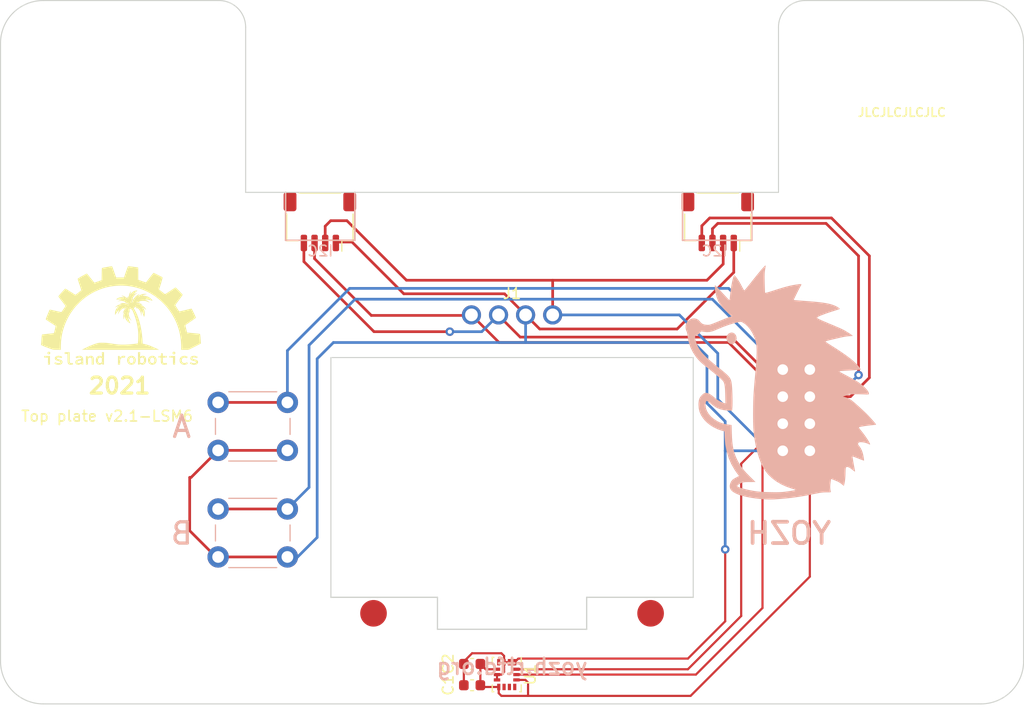
<source format=kicad_pcb>
(kicad_pcb (version 20211014) (generator pcbnew)
  (layers (0 "F.Cu" signal) (31 "B.Cu" signal) (34 "B.Paste" user) (35 "F.Paste" user) (36 "B.SilkS" user "B.Silkscreen") (37 "F.SilkS" user "F.Silkscreen") (38 "B.Mask" user) (39 "F.Mask" user) (44 "Edge.Cuts" user))
  (net 0 "")
  (net 1 "/B")
  (net 2 "/A")
  (net 3 "/SDA1")
  (net 4 "/SCL1")
  (net 5 "+3V3")
  (net 6 "GNDREF")
  (net 8 "/SCL")
  (net 10 "/SDA")
  (footprint "MountingHole:MountingHole_3.2mm_M3" (layer "F.Cu") (at 194 131)
    (fp_text reference "REF**" hide)
    (fp_text value "MountingHole_3.2mm_M3" hide)
    (pad "" np_thru_hole circle locked (at 0 0) (size 3.2 3.2) (drill 3.2) (layers *.Cu *.Mask))
  )
  (footprint "Capacitor_SMD:C_0603_1608Metric" (layer "F.Cu") (at 146.25 146.25 180)
    (fp_text reference "C2" (at 2.25 0 90) (layer "F.SilkS"))
    (fp_text value "100nF")
    (pad "1" smd roundrect locked (at -0.775 0 180) (size 0.9 0.95) (layers "F.Cu" "F.Paste" "F.Mask") (net 5 "+3V3"))
    (pad "2" smd roundrect locked (at 0.775 0 180) (size 0.9 0.95) (layers "F.Cu" "F.Paste" "F.Mask") (net 6 "GNDREF"))
  )
  (footprint "Capacitor_SMD:C_0603_1608Metric" (layer "F.Cu") (at 146.25 148.25 180)
    (fp_text reference "C1" (at 2.25 0 90) (layer "F.SilkS"))
    (fp_text value "100nF")
    (pad "1" smd roundrect locked (at -0.775 0 180) (size 0.9 0.95) (layers "F.Cu" "F.Paste" "F.Mask") (net 5 "+3V3"))
    (pad "2" smd roundrect locked (at 0.775 0 180) (size 0.9 0.95) (layers "F.Cu" "F.Paste" "F.Mask") (net 6 "GNDREF"))
  )
  (footprint "MountingHole:MountingHole_2.7mm_M2.5" (layer "F.Cu") (at 177.5 108.3)
    (fp_text reference "REF**" hide)
    (fp_text value "MountingHole_2.7mm_M2.5" hide)
    (pad "" np_thru_hole circle locked (at 0 0) (size 2.7 2.7) (drill 2.7) (layers *.Cu *.Mask))
  )
  (footprint "shurik-personal:my_logo" (layer "F.Cu") (at 113.297 113.55)
    (fp_text reference "G***" hide)
    (fp_text value "LOGO" hide)
  )
  (footprint "Connector_JST:JST_SH_SM04B-SRSS-TB_1x04-1MP_P1.00mm_Horizontal" (layer "F.Cu") (at 131.966 104.75 180)
    (fp_text reference "J2" hide)
    (fp_text value "Conn_01x04")
    (pad "1" smd roundrect locked (at -1.5 -2 180) (size 0.6 1.55) (layers "F.Cu" "F.Paste" "F.Mask") (net 6 "GNDREF"))
    (pad "2" smd roundrect locked (at -0.5 -2 180) (size 0.6 1.55) (layers "F.Cu" "F.Paste" "F.Mask") (net 5 "+3V3"))
    (pad "3" smd roundrect locked (at 0.5 -2 180) (size 0.6 1.55) (layers "F.Cu" "F.Paste" "F.Mask") (net 10 "/SDA"))
    (pad "4" smd roundrect locked (at 1.5 -2 180) (size 0.6 1.55) (layers "F.Cu" "F.Paste" "F.Mask") (net 8 "/SCL"))
    (pad "MP" smd roundrect locked (at 2.8 1.875 180) (size 1.2 1.8) (layers "F.Cu" "F.Paste" "F.Mask") (roundrect_rratio 0.2083333333))
    (pad "MP" smd roundrect locked (at -2.8 1.875 180) (size 1.2 1.8) (layers "F.Cu" "F.Paste" "F.Mask") (roundrect_rratio 0.2083333333))
  )
  (footprint "MountingHole:MountingHole_2.7mm_M2.5" (layer "F.Cu") (at 177.5 144.3)
    (fp_text reference "REF**" hide)
    (fp_text value "MountingHole_2.7mm_M2.5" hide)
    (pad "" np_thru_hole circle locked (at 0 0) (size 2.7 2.7) (drill 2.7) (layers *.Cu *.Mask))
  )
  (footprint "MountingHole:MountingHole_3.2mm_M3" (layer "F.Cu") (at 194 103)
    (fp_text reference "REF**" hide)
    (fp_text value "MountingHole_3.2mm_M3" hide)
    (pad "" np_thru_hole circle locked (at 0 0) (size 3.2 3.2) (drill 3.2) (layers *.Cu *.Mask))
  )
  (footprint "MountingHole:MountingHole_2.7mm_M2.5" (layer "F.Cu") (at 122.5 108.3)
    (fp_text reference "REF**" hide)
    (fp_text value "MountingHole_2.7mm_M2.5" hide)
    (pad "" np_thru_hole circle locked (at 0 0) (size 2.7 2.7) (drill 2.7) (layers *.Cu *.Mask))
  )
  (footprint "MountingHole:MountingHole_3.2mm_M3" (layer "F.Cu") (at 142 106)
    (fp_text reference "REF**" hide)
    (fp_text value "MountingHole_3.2mm_M3" hide)
    (pad "" np_thru_hole circle locked (at 0 0) (size 3.2 3.2) (drill 3.2) (layers *.Cu *.Mask))
  )
  (footprint "MountingHole:MountingHole_3.2mm_M3" (layer "F.Cu") (at 106 88)
    (fp_text reference "REF**" hide)
    (fp_text value "MountingHole_3.2mm_M3" hide)
    (pad "" np_thru_hole circle locked (at 0 0) (size 3.2 3.2) (drill 3.2) (layers *.Cu *.Mask))
  )
  (footprint "MountingHole:MountingHole_3.2mm_M3" (layer "F.Cu") (at 106 103)
    (fp_text reference "REF**" hide)
    (fp_text value "MountingHole_3.2mm_M3" hide)
    (pad "" np_thru_hole circle locked (at 0 0) (size 3.2 3.2) (drill 3.2) (layers *.Cu *.Mask))
  )
  (footprint "MountingHole:MountingHole_3.2mm_M3" (layer "F.Cu") (at 178 88)
    (fp_text reference "REF**" hide)
    (fp_text value "MountingHole_3.2mm_M3" hide)
    (pad "" np_thru_hole circle locked (at 0 0) (size 3.2 3.2) (drill 3.2) (layers *.Cu *.Mask))
  )
  (footprint "MountingHole:MountingHole_3.2mm_M3" (layer "F.Cu") (at 150 106)
    (fp_text reference "REF**" hide)
    (fp_text value "MountingHole_3.2mm_M3" hide)
    (pad "" np_thru_hole circle locked (at 0 0) (size 3.2 3.2) (drill 3.2) (layers *.Cu *.Mask))
  )
  (footprint "MountingHole:MountingHole_3.2mm_M3" (layer "F.Cu") (at 106 146)
    (fp_text reference "REF**" hide)
    (fp_text value "MountingHole_3.2mm_M3" hide)
    (pad "" np_thru_hole circle locked (at 0 0) (size 3.2 3.2) (drill 3.2) (layers *.Cu *.Mask))
  )
  (footprint "MountingHole:MountingHole_2.7mm_M2.5" (layer "F.Cu") (at 122.5 144.3)
    (fp_text reference "REF**" hide)
    (fp_text value "MountingHole_2.7mm_M2.5" hide)
    (pad "" np_thru_hole circle locked (at 0 0) (size 2.7 2.7) (drill 2.7) (layers *.Cu *.Mask))
  )
  (footprint "Connector_JST:JST_SH_SM04B-SRSS-TB_1x04-1MP_P1.00mm_Horizontal" (layer "F.Cu") (at 169.304 104.75 180)
    (fp_text reference "J3" hide)
    (fp_text value "Conn_01x04")
    (pad "1" smd roundrect locked (at -1.5 -2 180) (size 0.6 1.55) (layers "F.Cu" "F.Paste" "F.Mask") (net 6 "GNDREF"))
    (pad "2" smd roundrect locked (at -0.5 -2 180) (size 0.6 1.55) (layers "F.Cu" "F.Paste" "F.Mask") (net 5 "+3V3"))
    (pad "3" smd roundrect locked (at 0.5 -2 180) (size 0.6 1.55) (layers "F.Cu" "F.Paste" "F.Mask") (net 10 "/SDA"))
    (pad "4" smd roundrect locked (at 1.5 -2 180) (size 0.6 1.55) (layers "F.Cu" "F.Paste" "F.Mask") (net 8 "/SCL"))
    (pad "MP" smd roundrect locked (at 2.8 1.875 180) (size 1.2 1.8) (layers "F.Cu" "F.Paste" "F.Mask") (roundrect_rratio 0.2083333333))
    (pad "MP" smd roundrect locked (at -2.8 1.875 180) (size 1.2 1.8) (layers "F.Cu" "F.Paste" "F.Mask") (roundrect_rratio 0.2083333333))
  )
  (footprint "MountingHole:MountingHole_3.2mm_M3" (layer "F.Cu") (at 121 88)
    (fp_text reference "REF**" hide)
    (fp_text value "MountingHole_3.2mm_M3" hide)
    (pad "" np_thru_hole circle locked (at 0 0) (size 3.2 3.2) (drill 3.2) (layers *.Cu *.Mask))
  )
  (footprint "Connector_PinSocket_2.54mm:PinSocket_2x04_P2.54mm_Vertical" (layer "F.Cu") (at 175.4 126.25 180)
    (fp_text reference "J4" hide)
    (fp_text value "Conn_02x04_Odd_Even")
    (pad "1" thru_hole rect locked (at 0 0 180) (size 1.7 1.7) (drill 1) (layers *.Cu *.Mask) (net 6 "GNDREF"))
    (pad "2" thru_hole oval locked (at -2.54 0 180) (size 1.7 1.7) (drill 1) (layers *.Cu *.Mask) (net 5 "+3V3"))
    (pad "3" thru_hole oval locked (at 0 2.54 180) (size 1.7 1.7) (drill 1) (layers *.Cu *.Mask) (net 3 "/SDA1"))
    (pad "4" thru_hole oval locked (at -2.54 2.54 180) (size 1.7 1.7) (drill 1) (layers *.Cu *.Mask) (net 4 "/SCL1"))
    (pad "5" thru_hole oval locked (at 0 5.08 180) (size 1.7 1.7) (drill 1) (layers *.Cu *.Mask) (net 10 "/SDA"))
    (pad "6" thru_hole oval locked (at -2.54 5.08 180) (size 1.7 1.7) (drill 1) (layers *.Cu *.Mask) (net 8 "/SCL"))
    (pad "7" thru_hole oval locked (at 0 7.62 180) (size 1.7 1.7) (drill 1) (layers *.Cu *.Mask) (net 1 "/B"))
    (pad "8" thru_hole oval locked (at -2.54 7.62 180) (size 1.7 1.7) (drill 1) (layers *.Cu *.Mask) (net 2 "/A"))
  )
  (footprint "Package_LGA:LGA-14_3x2.5mm_P0.5mm_LayoutBorder3x4y" (layer "F.Cu") (at 149.5 147.25 -90)
    (fp_text reference "U1" (at 0 -2.2 90) (layer "F.SilkS"))
    (fp_text value "LSM6DSL")
    (pad "1" smd rect (at -1.1625 -0.75 270) (size 0.6 0.3) (layers "F.Cu" "F.Paste" "F.Mask") (net 6 "GNDREF"))
    (pad "2" smd rect (at -1.1625 -0.25 270) (size 0.6 0.3) (layers "F.Cu" "F.Paste" "F.Mask") (net 6 "GNDREF"))
    (pad "3" smd rect (at -1.1625 0.25 270) (size 0.6 0.3) (layers "F.Cu" "F.Paste" "F.Mask") (net 6 "GNDREF"))
    (pad "4" smd rect (at -1.1625 0.75 270) (size 0.6 0.3) (layers "F.Cu" "F.Paste" "F.Mask"))
    (pad "5" smd rect (at -0.5 0.9125 180) (size 0.6 0.3) (layers "F.Cu" "F.Paste" "F.Mask") (net 5 "+3V3"))
    (pad "6" smd rect (at 0 0.9125 180) (size 0.6 0.3) (layers "F.Cu" "F.Paste" "F.Mask") (net 6 "GNDREF"))
    (pad "7" smd rect (at 0.5 0.9125 180) (size 0.6 0.3) (layers "F.Cu" "F.Paste" "F.Mask") (net 6 "GNDREF"))
    (pad "8" smd rect (at 1.1625 0.75 270) (size 0.6 0.3) (layers "F.Cu" "F.Paste" "F.Mask") (net 5 "+3V3"))
    (pad "9" smd rect (at 1.1625 0.25 270) (size 0.6 0.3) (layers "F.Cu" "F.Paste" "F.Mask"))
    (pad "10" smd rect (at 1.1625 -0.25 270) (size 0.6 0.3) (layers "F.Cu" "F.Paste" "F.Mask"))
    (pad "11" smd rect (at 1.1625 -0.75 270) (size 0.6 0.3) (layers "F.Cu" "F.Paste" "F.Mask"))
    (pad "12" smd rect (at 0.5 -0.9125) (size 0.6 0.3) (layers "F.Cu" "F.Paste" "F.Mask") (net 5 "+3V3"))
    (pad "13" smd rect (at 0 -0.9125) (size 0.6 0.3) (layers "F.Cu" "F.Paste" "F.Mask") (net 4 "/SCL1"))
    (pad "14" smd rect (at -0.5 -0.9125) (size 0.6 0.3) (layers "F.Cu" "F.Paste" "F.Mask") (net 3 "/SDA1"))
  )
  (footprint "MountingHole:MountingHole_3.2mm_M3" (layer "F.Cu") (at 158 106)
    (fp_text reference "REF**" hide)
    (fp_text value "MountingHole_3.2mm_M3" hide)
    (pad "" np_thru_hole circle locked (at 0 0) (size 3.2 3.2) (drill 3.2) (layers *.Cu *.Mask))
  )
  (footprint "shurik-personal:OLED_128x64_1_3in" (layer "F.Cu") (at 150 112)
    (fp_text reference "J1" (at 0 -0.5 unlocked) (layer "F.SilkS"))
    (fp_text value "Conn_01x04_Male")
    (fp_line (start 17 28) (end 7 28) (layer "Edge.Cuts") (width 0.12))
    (fp_line (start -17 28) (end -17 5.5) (layer "Edge.Cuts") (width 0.1))
    (fp_line (start -7 28) (end -7 31) (layer "Edge.Cuts") (width 0.12))
    (fp_line (start 7 31) (end 7 28) (layer "Edge.Cuts") (width 0.12))
    (fp_line (start -17 5.5) (end 17 5.5) (layer "Edge.Cuts") (width 0.1))
    (fp_line (start 17 5.5) (end 17 28) (layer "Edge.Cuts") (width 0.1))
    (fp_line (start -7 31) (end 7 31) (layer "Edge.Cuts") (width 0.12))
    (fp_line (start -17 28) (end -7 28) (layer "Edge.Cuts") (width 0.12))
    (pad "0" smd circle (at -13 29.5) (size 2.5 2.5) (layers "F.Cu" "F.Mask"))
    (pad "0" smd circle (at 13 29.5) (size 2.5 2.5) (layers "F.Cu" "F.Mask"))
    (pad "1" thru_hole circle (at 3.81 1.5) (size 1.8 1.8) (drill 1.2) (layers *.Cu *.Mask) (net 5 "+3V3"))
    (pad "2" thru_hole circle (at 1.27 1.5) (size 1.8 1.8) (drill 1.2) (layers *.Cu *.Mask) (net 6 "GNDREF"))
    (pad "3" thru_hole circle (at -1.27 1.5) (size 1.8 1.8) (drill 1.2) (layers *.Cu *.Mask) (net 8 "/SCL"))
    (pad "4" thru_hole circle (at -3.81 1.5) (size 1.8 1.8) (drill 1.2) (layers *.Cu *.Mask) (net 10 "/SDA"))
  )
  (footprint "MountingHole:MountingHole_3.2mm_M3" (layer "F.Cu") (at 194 146)
    (fp_text reference "REF**" hide)
    (fp_text value "MountingHole_3.2mm_M3" hide)
    (pad "" np_thru_hole circle locked (at 0 0) (size 3.2 3.2) (drill 3.2) (layers *.Cu *.Mask))
  )
  (footprint "MountingHole:MountingHole_3.2mm_M3" (layer "F.Cu") (at 194 88)
    (fp_text reference "REF**" hide)
    (fp_text value "MountingHole_3.2mm_M3" hide)
    (pad "" np_thru_hole circle locked (at 0 0) (size 3.2 3.2) (drill 3.2) (layers *.Cu *.Mask))
  )
  (footprint "MountingHole:MountingHole_3.2mm_M3" (layer "F.Cu") (at 106 131)
    (fp_text reference "REF**" hide)
    (fp_text value "MountingHole_3.2mm_M3" hide)
    (pad "" np_thru_hole circle locked (at 0 0) (size 3.2 3.2) (drill 3.2) (layers *.Cu *.Mask))
  )
  (footprint "Button_Switch_THT:SW_PUSH_6mm_H4.3mm" (layer "B.Cu") (at 128.918 121.712 180)
    (fp_text reference "SW1" hide)
    (fp_text value "SW_Push")
    (pad "1" thru_hole circle locked (at 0 0 90) (size 2 2) (drill 1.1) (layers *.Cu *.Mask) (net 2 "/A"))
    (pad "1" thru_hole circle locked (at 6.5 0 90) (size 2 2) (drill 1.1) (layers *.Cu *.Mask) (net 2 "/A"))
    (pad "2" thru_hole circle locked (at 0 -4.5 90) (size 2 2) (drill 1.1) (layers *.Cu *.Mask) (net 6 "GNDREF"))
    (pad "2" thru_hole circle locked (at 6.5 -4.5 90) (size 2 2) (drill 1.1) (layers *.Cu *.Mask) (net 6 "GNDREF"))
  )
  (footprint "shurik-personal:hedgehog2" (layer "B.Cu") (at 176.162 119.9 180)
    (fp_text reference "G***" hide)
    (fp_text value "LOGO" hide)
  )
  (footprint "Button_Switch_THT:SW_PUSH_6mm_H4.3mm" (layer "B.Cu") (at 128.918 131.712 180)
    (fp_text reference "SW2" hide)
    (fp_text value "SW_Push")
    (pad "1" thru_hole circle locked (at 6.5 0 90) (size 2 2) (drill 1.1) (layers *.Cu *.Mask) (net 1 "/B"))
    (pad "1" thru_hole circle locked (at 0 0 90) (size 2 2) (drill 1.1) (layers *.Cu *.Mask) (net 1 "/B"))
    (pad "2" thru_hole circle locked (at 0 -4.5 90) (size 2 2) (drill 1.1) (layers *.Cu *.Mask) (net 6 "GNDREF"))
    (pad "2" thru_hole circle locked (at 6.5 -4.5 90) (size 2 2) (drill 1.1) (layers *.Cu *.Mask) (net 6 "GNDREF"))
  )
  (gr_line (start 166 102) (end 166 106.5) (layer "B.SilkS") (width 0.15))
  (gr_line (start 128.75 106.5) (end 135.25 106.5) (layer "B.SilkS") (width 0.15))
  (gr_line (start 128.75 102) (end 128.75 106.5) (layer "B.SilkS") (width 0.15))
  (gr_line (start 135.25 106.5) (end 135.25 102) (layer "B.SilkS") (width 0.15))
  (gr_line (start 172.5 106.5) (end 172.5 102) (layer "B.SilkS") (width 0.15))
  (gr_line (start 166 106.5) (end 172.5 106.5) (layer "B.SilkS") (width 0.15))
  (gr_arc (start 122.5 84) (mid 124.267767 84.732233) (end 125 86.5) (layer "Edge.Cuts") (width 0.1))
  (gr_line (start 175 102) (end 175 86.5) (layer "Edge.Cuts") (width 0.1))
  (gr_line (start 106 84) (end 122.5 84) (layer "Edge.Cuts") (width 0.1))
  (gr_line (start 125 102) (end 175 102) (layer "Edge.Cuts") (width 0.1))
  (gr_line (start 194 84) (end 177.5 84) (layer "Edge.Cuts") (width 0.1))
  (gr_line (start 102 88) (end 102 146) (layer "Edge.Cuts") (width 0.1))
  (gr_line (start 125 86.5) (end 125 102) (layer "Edge.Cuts") (width 0.1))
  (gr_line (start 106 150) (end 194 150) (layer "Edge.Cuts") (width 0.1))
  (gr_arc (start 194 84) (mid 196.828427 85.171573) (end 198 88) (layer "Edge.Cuts") (width 0.1))
  (gr_arc (start 106 150) (mid 103.171573 148.828427) (end 102 146) (layer "Edge.Cuts") (width 0.1))
  (gr_arc (start 198 146) (mid 196.828427 148.828427) (end 194 150) (layer "Edge.Cuts") (width 0.1))
  (gr_arc (start 102 88) (mid 103.171573 85.171573) (end 106 84) (layer "Edge.Cuts") (width 0.1))
  (gr_arc (start 175 86.5) (mid 175.732233 84.732233) (end 177.5 84) (layer "Edge.Cuts") (width 0.1))
  (gr_line (start 198 146) (end 198 88) (layer "Edge.Cuts") (width 0.1))
  (gr_text "B" (at 119 134) (layer "B.SilkS") (effects (font (size 2 2) (thickness 0.3)) (justify mirror)))
  (gr_text "yozh.rtfd.org" (at 150 146.5) (layer "B.SilkS") (effects (font (size 1.5 1.5) (thickness 0.25)) (justify mirror)))
  (gr_text "I2C" (at 132 107.5) (layer "B.SilkS") (effects (font (size 1 1)) (justify mirror)))
  (gr_text "I2C" (at 169 107.5) (layer "B.SilkS") (effects (font (size 1 1)) (justify mirror)))
  (gr_text "YOZH" (at 176 134) (layer "B.SilkS") (effects (font (size 2 2) (thickness 0.35)) (justify mirror)))
  (gr_text "A" (at 119 124) (layer "B.SilkS") (effects (font (size 2 2) (thickness 0.3)) (justify mirror)))
  (gr_text "JLCJLCJLCJLC" (at 186.576 94.5) (layer "F.SilkS") (effects (font (size 0.8 0.8))))
  (gr_text "2021" (at 113.17 120.154) (layer "F.SilkS") (effects (font (size 1.5 1.5) (thickness 0.3))))
  (gr_text "Top plate v2.1-LSM6" (at 112 123) (layer "F.SilkS") (effects (font (size 1 1))))
  (segment (start 128.918 131.712) (end 122.418 131.712) (width 0.254) (layer "F.Cu") (net 1))
  (segment (start 130.95 129.68) (end 130.95 116.344) (width 0.254) (layer "B.Cu") (net 1))
  (segment (start 130.95 116.344) (end 135.268 112.026) (width 0.254) (layer "B.Cu") (net 1))
  (segment (start 135.268 112.026) (end 168.796 112.026) (width 0.254) (layer "B.Cu") (net 1))
  (segment (start 168.796 112.026) (end 175.4 118.63) (width 0.254) (layer "B.Cu") (net 1))
  (segment (start 128.918 131.712) (end 130.95 129.68) (width 0.254) (layer "B.Cu") (net 1))
  (segment (start 128.918 121.712) (end 122.418 121.712) (width 0.254) (layer "F.Cu") (net 2))
  (segment (start 134.76 111.01) (end 170.32 111.01) (width 0.254) (layer "B.Cu") (net 2))
  (segment (start 170.32 111.01) (end 177.94 118.63) (width 0.254) (layer "B.Cu") (net 2))
  (segment (start 128.918 116.852) (end 134.76 111.01) (width 0.254) (layer "B.Cu") (net 2))
  (segment (start 128.918 121.712) (end 128.918 116.852) (width 0.254) (layer "B.Cu") (net 2))
  (segment (start 166.5 146.75) (end 171.5 141.75) (width 0.2032) (layer "F.Cu") (net 3))
  (segment (start 150.4125 146.75) (end 166.5 146.75) (width 0.2032) (layer "F.Cu") (net 3))
  (segment (start 171.5 141.75) (end 171.5 127.461864) (width 0.2032) (layer "F.Cu") (net 3))
  (segment (start 171.5 127.461864) (end 175.251864 123.71) (width 0.2032) (layer "F.Cu") (net 3))
  (segment (start 175.251864 123.71) (end 175.4 123.71) (width 0.2032) (layer "F.Cu") (net 3))
  (segment (start 167.25 147.25) (end 173.5 141) (width 0.2032) (layer "F.Cu") (net 4))
  (segment (start 174.5 125) (end 176.65 125) (width 0.2032) (layer "F.Cu") (net 4))
  (segment (start 176.65 125) (end 177.94 123.71) (width 0.2032) (layer "F.Cu") (net 4))
  (segment (start 173.5 141) (end 173.5 126) (width 0.2032) (layer "F.Cu") (net 4))
  (segment (start 173.5 126) (end 174.5 125) (width 0.2032) (layer "F.Cu") (net 4))
  (segment (start 150.4125 147.25) (end 167.25 147.25) (width 0.2032) (layer "F.Cu") (net 4))
  (segment (start 177.94 138.06) (end 177.94 126.25) (width 0.2032) (layer "F.Cu") (net 5))
  (segment (start 166.75 149.25) (end 177.94 138.06) (width 0.2032) (layer "F.Cu") (net 5))
  (segment (start 132.466 105.176) (end 132.466 106.66) (width 0.254) (layer "F.Cu") (net 5))
  (segment (start 169.812 108.724) (end 168.288 110.248) (width 0.254) (layer "F.Cu") (net 5))
  (segment (start 140.094 110.248) (end 134.506 104.66) (width 0.254) (layer "F.Cu") (net 5))
  (segment (start 150.4125 147.75) (end 151.25 147.75) (width 0.2032) (layer "F.Cu") (net 5))
  (segment (start 151.25 147.75) (end 151.5 148) (width 0.2032) (layer "F.Cu") (net 5))
  (segment (start 148.5875 146.75) (end 147.525 146.75) (width 0.2032) (layer "F.Cu") (net 5))
  (segment (start 169.812 106.668) (end 169.812 108.724) (width 0.254) (layer "F.Cu") (net 5))
  (segment (start 151.5 148) (end 151.5 149.25) (width 0.2032) (layer "F.Cu") (net 5))
  (segment (start 149 149.25) (end 151.5 149.25) (width 0.2032) (layer "F.Cu") (net 5))
  (segment (start 153.81 113.5) (end 153.81 110.248) (width 0.254) (layer "F.Cu") (net 5))
  (segment (start 147.1875 148.4125) (end 147.025 148.25) (width 0.2032) (layer "F.Cu") (net 5))
  (segment (start 168.288 110.248) (end 140.094 110.248) (width 0.254) (layer "F.Cu") (net 5))
  (segment (start 151.5 149.25) (end 166.75 149.25) (width 0.2032) (layer "F.Cu") (net 5))
  (segment (start 132.982 104.66) (end 132.466 105.176) (width 0.254) (layer "F.Cu") (net 5))
  (segment (start 148.75 148.4125) (end 148.75 149) (width 0.2032) (layer "F.Cu") (net 5))
  (segment (start 147.025 146.25) (end 147.025 148.25) (width 0.2032) (layer "F.Cu") (net 5))
  (segment (start 147.525 146.75) (end 147.025 146.25) (width 0.2032) (layer "F.Cu") (net 5))
  (segment (start 148.75 149) (end 149 149.25) (width 0.2032) (layer "F.Cu") (net 5))
  (segment (start 134.506 104.66) (end 132.982 104.66) (width 0.254) (layer "F.Cu") (net 5))
  (segment (start 148.75 148.4125) (end 147.1875 148.4125) (width 0.2032) (layer "F.Cu") (net 5))
  (segment (start 177.94 125.94) (end 176.98 124.98) (width 0.254) (layer "B.Cu") (net 5))
  (segment (start 165.698 113.5) (end 169.304 117.106) (width 0.254) (layer "B.Cu") (net 5))
  (segment (start 177.94 126.25) (end 177.94 125.94) (width 0.2032) (layer "B.Cu") (net 5))
  (segment (start 153.81 113.5) (end 165.698 113.5) (width 0.254) (layer "B.Cu") (net 5))
  (segment (start 169.304 121.424) (end 172.86 124.98) (width 0.254) (layer "B.Cu") (net 5))
  (segment (start 176.98 124.98) (end 172.86 124.98) (width 0.254) (layer "B.Cu") (net 5))
  (segment (start 169.304 117.106) (end 169.304 121.424) (width 0.254) (layer "B.Cu") (net 5))
  (segment (start 152.59 114.82) (end 165.494 114.82) (width 0.254) (layer "F.Cu") (net 6))
  (segment (start 148.5875 147.25) (end 149 147.25) (width 0.2032) (layer "F.Cu") (net 6))
  (segment (start 122.418 126.212) (end 119.88 128.75) (width 0.254) (layer "F.Cu") (net 6))
  (segment (start 145.475 146.25) (end 145.475 148.25) (width 0.2032) (layer "F.Cu") (net 6))
  (segment (start 134.982 106.66) (end 139.84 111.518) (width 0.254) (layer "F.Cu") (net 6))
  (segment (start 149.288 111.518) (end 151.27 113.5) (width 0.254) (layer "F.Cu") (net 6))
  (segment (start 149.25 147) (end 149.25 146.0875) (width 0.2032) (layer "F.Cu") (net 6))
  (segment (start 119.75 133.75) (end 122.212 136.212) (width 0.254) (layer "F.Cu") (net 6))
  (segment (start 166.5 145.75) (end 170 142.25) (width 0.2032) (layer "F.Cu") (net 6))
  (segment (start 145.475 146.25) (end 145.475 146.025) (width 0.2032) (layer "F.Cu") (net 6))
  (segment (start 148.5875 147.25) (end 148.5875 147.75) (width 0.2032) (layer "F.Cu") (net 6))
  (segment (start 133.466 106.66) (end 134.982 106.66) (width 0.254) (layer "F.Cu") (net 6))
  (segment (start 145.475 146.025) (end 146.25 145.25) (width 0.2032) (layer "F.Cu") (net 6))
  (segment (start 128.918 126.212) (end 122.418 126.212) (width 0.254) (layer "F.Cu") (net 6))
  (segment (start 139.84 111.518) (end 149.288 111.518) (width 0.254) (layer "F.Cu") (net 6))
  (segment (start 122.418 136.212) (end 128.918 136.212) (width 0.254) (layer "F.Cu") (net 6))
  (segment (start 151.27 113.5) (end 152.59 114.82) (width 0.254) (layer "F.Cu") (net 6))
  (segment (start 119.88 128.75) (end 119.75 128.75) (width 0.254) (layer "F.Cu") (net 6))
  (segment (start 149.25 146.0875) (end 150.25 146.0875) (width 0.2032) (layer "F.Cu") (net 6))
  (segment (start 165.494 114.82) (end 170.804 109.51) (width 0.254) (layer "F.Cu") (net 6))
  (segment (start 146.25 145.25) (end 149 145.25) (width 0.2032) (layer "F.Cu") (net 6))
  (segment (start 150.5875 145.75) (end 166.5 145.75) (width 0.2032) (layer "F.Cu") (net 6))
  (segment (start 149 147.25) (end 149.25 147) (width 0.2032) (layer "F.Cu") (net 6))
  (segment (start 149.25 145.5) (end 149.25 146.0875) (width 0.2032) (layer "F.Cu") (net 6))
  (segment (start 149 145.25) (end 149.25 145.5) (width 0.2032) (layer "F.Cu") (net 6))
  (segment (start 170.804 109.51) (end 170.804 106.66) (width 0.254) (layer "F.Cu") (net 6))
  (segment (start 119.75 128.75) (end 119.75 133.75) (width 0.254) (layer "F.Cu") (net 6))
  (segment (start 170 142.25) (end 170 135.5) (width 0.2032) (layer "F.Cu") (net 6))
  (segment (start 150.25 146.0875) (end 150.5875 145.75) (width 0.2032) (layer "F.Cu") (net 6))
  (via (at 170 135.5) (size 0.8) (drill 0.4) (layers "F.Cu" "B.Cu") (net 6))
  (segment (start 167.018 116.09) (end 133.236 116.09) (width 0.254) (layer "B.Cu") (net 6))
  (segment (start 168.288 121.788) (end 168.288 121.678) (width 0.2032) (layer "B.Cu") (net 6))
  (segment (start 172.86 126.25) (end 170 126.25) (width 0.254) (layer "B.Cu") (net 6))
  (segment (start 168.288 117.36) (end 167.018 116.09) (width 0.254) (layer "B.Cu") (net 6))
  (segment (start 170 126.25) (end 170 123.5) (width 0.254) (layer "B.Cu") (net 6))
  (segment (start 133.236 116.09) (end 131.712 117.614) (width 0.254) (layer "B.Cu") (net 6))
  (segment (start 168.288 121.678) (end 168.288 117.36) (width 0.254) (layer "B.Cu") (net 6))
  (segment (start 131.712 117.614) (end 131.712 134.378) (width 0.254) (layer "B.Cu") (net 6))
  (segment (start 129.878 136.212) (end 128.918 136.212) (width 0.254) (layer "B.Cu") (net 6))
  (segment (start 172.86 126.25) (end 175.4 126.25) (width 0.254) (layer "B.Cu") (net 6))
  (segment (start 170 135.5) (end 170 126.25) (width 0.254) (layer "B.Cu") (net 6))
  (segment (start 131.712 134.378) (end 129.878 136.212) (width 0.254) (layer "B.Cu") (net 6))
  (segment (start 151.27 116.09) (end 151.27 113.5) (width 0.254) (layer "B.Cu") (net 6))
  (segment (start 170 123.5) (end 168.288 121.788) (width 0.254) (layer "B.Cu") (net 6))
  (segment (start 130.466 108.494) (end 130.466 106.66) (width 0.254) (layer "F.Cu") (net 8))
  (segment (start 168.542 104.406) (end 179.972 104.406) (width 0.254) (layer "F.Cu") (net 8))
  (segment (start 183.528 107.962) (end 183.528 119.392) (width 0.254) (layer "F.Cu") (net 8))
  (segment (start 144.158 115.074) (end 137.046 115.074) (width 0.254) (layer "F.Cu") (net 8))
  (segment (start 183.528 119.392) (end 181.75 121.17) (width 0.254) (layer "F.Cu") (net 8))
  (segment (start 176.67 119.9) (end 174.892 119.9) (width 0.254) (layer "F.Cu") (net 8))
  (segment (start 181.75 121.17) (end 177.94 121.17) (width 0.254) (layer "F.Cu") (net 8))
  (segment (start 167.804 105.144) (end 168.542 104.406) (width 0.254) (layer "F.Cu") (net 8))
  (segment (start 150.762 115.582) (end 170.574 115.582) (width 0.25) (layer "F.Cu") (net 8))
  (segment (start 170.574 115.582) (end 174.892 119.9) (width 0.25) (layer "F.Cu") (net 8))
  (segment (start 177.94 121.17) (end 176.67 119.9) (width 0.254) (layer "F.Cu") (net 8))
  (segment (start 148.73 113.55) (end 150.762 115.582) (width 0.25) (layer "F.Cu") (net 8))
  (segment (start 167.804 106.66) (end 167.804 105.144) (width 0.254) (layer "F.Cu") (net 8))
  (segment (start 179.972 104.406) (end 183.528 107.962) (width 0.254) (layer "F.Cu") (net 8))
  (segment (start 137.046 115.074) (end 130.466 108.494) (width 0.254) (layer "F.Cu") (net 8))
  (via (at 144.158 115.074) (size 0.8) (drill 0.4) (layers "F.Cu" "B.Cu") (net 8))
  (segment (start 147.156 115.074) (end 148.73 113.5) (width 0.254) (layer "B.Cu") (net 8))
  (segment (start 144.158 115.074) (end 147.156 115.074) (width 0.254) (layer "B.Cu") (net 8))
  (segment (start 169.304 104.914) (end 179.464 104.914) (width 0.254) (layer "F.Cu") (net 10))
  (segment (start 168.804 106.66) (end 168.804 105.414) (width 0.254) (layer "F.Cu") (net 10))
  (segment (start 168.804 105.414) (end 169.304 104.914) (width 0.254) (layer "F.Cu") (net 10))
  (segment (start 179.464 104.914) (end 182.512 107.962) (width 0.254) (layer "F.Cu") (net 10))
  (segment (start 182.512 107.962) (end 182.512 119.138) (width 0.254) (layer "F.Cu") (net 10))
  (segment (start 131.466 106.75) (end 131.466 108.224) (width 0.25) (layer "F.Cu") (net 10))
  (segment (start 146.19 113.5) (end 148.78 116.09) (width 0.25) (layer "F.Cu") (net 10))
  (segment (start 131.466 108.224) (end 136.792 113.55) (width 0.25) (layer "F.Cu") (net 10))
  (segment (start 170.32 116.09) (end 175.4 121.17) (width 0.25) (layer "F.Cu") (net 10))
  (segment (start 148.78 116.09) (end 170.32 116.09) (width 0.25) (layer "F.Cu") (net 10))
  (segment (start 136.792 113.55) (end 146.14 113.55) (width 0.25) (layer "F.Cu") (net 10))
  (via (at 182.512 119.138) (size 0.8) (drill 0.4) (layers "F.Cu" "B.Cu") (net 10))
  (segment (start 175.4 121.17) (end 176.67 119.9) (width 0.25) (layer "B.Cu") (net 10))
  (segment (start 181.75 119.9) (end 182.512 119.138) (width 0.25) (layer "B.Cu") (net 10))
  (segment (start 176.67 119.9) (end 181.75 119.9) (width 0.25) (layer "B.Cu") (net 10))
)
</source>
